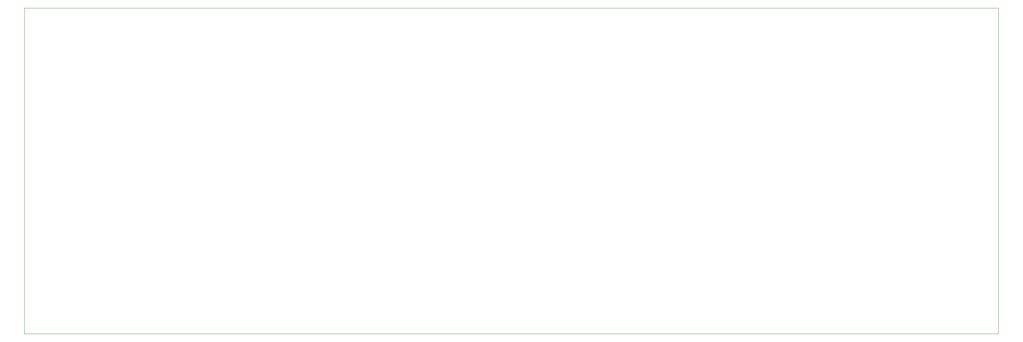
<source format=gbr>
%TF.GenerationSoftware,KiCad,Pcbnew,9.0.4*%
%TF.CreationDate,2025-10-20T22:53:34-05:00*%
%TF.ProjectId,PCB,5043422e-6b69-4636-9164-5f7063625858,rev?*%
%TF.SameCoordinates,Original*%
%TF.FileFunction,Profile,NP*%
%FSLAX46Y46*%
G04 Gerber Fmt 4.6, Leading zero omitted, Abs format (unit mm)*
G04 Created by KiCad (PCBNEW 9.0.4) date 2025-10-20 22:53:34*
%MOMM*%
%LPD*%
G01*
G04 APERTURE LIST*
%TA.AperFunction,Profile*%
%ADD10C,0.050000*%
%TD*%
G04 APERTURE END LIST*
D10*
X27432000Y-30784800D02*
X265074400Y-30784800D01*
X265074400Y-110185200D01*
X27432000Y-110185200D01*
X27432000Y-30784800D01*
M02*

</source>
